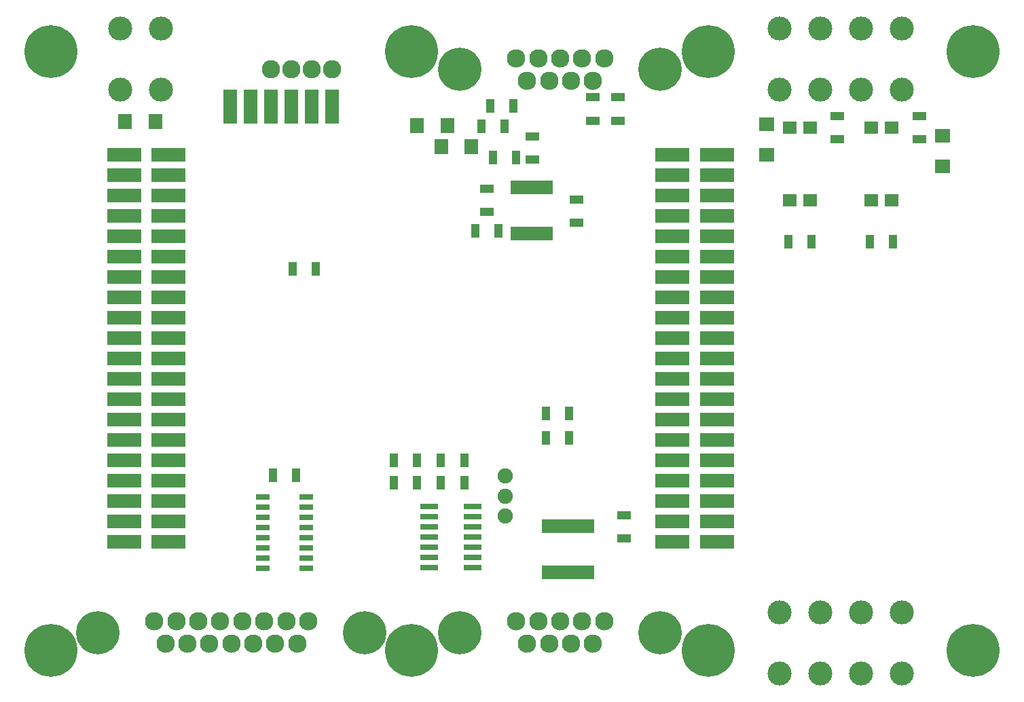
<source format=gbs>
G04 project-name*
%FSLAX35Y35*%
%MOMM*%
G04 din.i0+(1)*
%LPD*%
%ADD10C,3*%
D10*
X9590644Y11742853D02*
D03*

G04 din.i0-(3)*
%LPD*%
D10*
X10098644Y11742853D02*
D03*

G04 din.i1+(5)*
%LPD*%
D10*
X10606644Y11742853D02*
D03*

G04 din.i1-(7)*
%LPD*%
D10*
X11114644Y11742853D02*
D03*

G04 din.i0+(2)*
%LPD*%
D10*
X9590644Y12504853D02*
D03*

G04 din.i0-(4)*
%LPD*%
D10*
X10098644Y12504853D02*
D03*

G04 din.i1+(6)*
%LPD*%
D10*
X10606644Y12504853D02*
D03*

G04 din.i1-(8)*
%LPD*%
D10*
X11114644Y12504853D02*
D03*

G04 p_in.gnd(1)*
%LPD*%
D10*
X1872644Y19781853D02*
D03*

G04 p_in.vin(3)*
%LPD*%
D10*
X1364644Y19781853D02*
D03*

G04 p_in.gnd(2)*
%LPD*%
D10*
X1872644Y19019853D02*
D03*

G04 p_in.vin(4)*
%LPD*%
D10*
X1364644Y19019853D02*
D03*

G04 dout.q1c(1)*
%LPD*%
D10*
X11114644Y19781853D02*
D03*

G04 dout.q1e(3)*
%LPD*%
D10*
X10606644Y19781853D02*
D03*

G04 dout.q0c(5)*
%LPD*%
D10*
X10098644Y19781853D02*
D03*

G04 dout.q0e(7)*
%LPD*%
D10*
X9590644Y19781853D02*
D03*

G04 dout.q1c(2)*
%LPD*%
D10*
X11114644Y19019853D02*
D03*

G04 dout.q1e(4)*
%LPD*%
D10*
X10606644Y19019853D02*
D03*

G04 dout.q0c(6)*
%LPD*%
D10*
X10098644Y19019853D02*
D03*

G04 dout.q0e(8)*
%LPD*%
D10*
X9590644Y19019853D02*
D03*

G04 d2.t3.c(1)*
%LPD*%
%ADD11R,1.72X1.88*%
D11*
X5446272Y18572509D02*
D03*

G04 d2.t3.a(2)*
%LPD*%
D11*
X5070272Y18572509D02*
D03*

G04 d2.t1.c(1)*
%LPD*%
D11*
X5745093Y18308747D02*
D03*

G04 d2.t1.a(2)*
%LPD*%
D11*
X5369093Y18308747D02*
D03*

G04 q1.d_rev.c(1)*
%LPD*%
%ADD12R,1.88X1.72*%
D12*
X11619945Y18442537D02*
D03*

G04 q1.d_rev.a(2)*
%LPD*%
D12*
X11619945Y18066537D02*
D03*

G04 q0.d_rev.c(1)*
%LPD*%
D12*
X9430630Y18211537D02*
D03*

G04 q0.d_rev.a(2)*
%LPD*%
D12*
X9430630Y18587537D02*
D03*

G04 c1.out1(1)*
%LPD*%
%ADD13R,2.2X0.8*%
D13*
X5761711Y13824998D02*
D03*

G04 c1.in1-(2)*
%LPD*%
D13*
X5761711Y13697998D02*
D03*

G04 c1.in1+(3)*
%LPD*%
D13*
X5761711Y13570998D02*
D03*

G04 c1.vcc(4)*
%LPD*%
D13*
X5761711Y13443998D02*
D03*

G04 c1.in2+(5)*
%LPD*%
D13*
X5761711Y13316998D02*
D03*

G04 c1.in2-(6)*
%LPD*%
D13*
X5761711Y13189998D02*
D03*

G04 c1.out2(7)*
%LPD*%
D13*
X5761711Y13062998D02*
D03*

G04 c1.out4(14)*
%LPD*%
D13*
X5221711Y13824998D02*
D03*

G04 c1.in4-(13)*
%LPD*%
D13*
X5221711Y13697998D02*
D03*

G04 c1.in4+(12)*
%LPD*%
D13*
X5221711Y13570998D02*
D03*

G04 c1.vee(11)*
%LPD*%
D13*
X5221711Y13443998D02*
D03*

G04 c1.in3+(10)*
%LPD*%
D13*
X5221711Y13316998D02*
D03*

G04 c1.in3-(9)*
%LPD*%
D13*
X5221711Y13189998D02*
D03*

G04 c1.out3(8)*
%LPD*%
D13*
X5221711Y13062998D02*
D03*

G04 d2.c_bypass.c(1)*
%LPD*%
%ADD14R,1.1X1.8*%
D14*
X6085232Y17256821D02*
D03*

G04 d2.c_bypass.a(2)*
%LPD*%
D14*
X5795232Y17256821D02*
D03*

G04 d2.c4.c(1)*
%LPD*%
%ADD15R,1.8X1.1*%
D15*
X7055080Y17652774D02*
D03*

G04 d2.c4.a(2)*
%LPD*%
D15*
X7055080Y17362774D02*
D03*

G04 d2.c3.c(1)*
%LPD*%
D15*
X5940232Y17499339D02*
D03*

G04 d2.c3.a(2)*
%LPD*%
D15*
X5940232Y17789339D02*
D03*

G04 d2.c2.c(1)*
%LPD*%
D15*
X6509226Y18439321D02*
D03*

G04 d2.c2.a(2)*
%LPD*%
D15*
X6509226Y18149321D02*
D03*

G04 d2.c1.c(1)*
%LPD*%
D14*
X6306550Y18173707D02*
D03*

G04 d2.c1.a(2)*
%LPD*%
D14*
X6016550Y18173707D02*
D03*

G04 c5.C2.c(1)*
%LPD*%
D14*
X5366251Y14120843D02*
D03*

G04 c5.C2.a(2)*
%LPD*%
D14*
X5656251Y14120843D02*
D03*

G04 c5.C1.c(1)*
%LPD*%
D14*
X5366251Y14399047D02*
D03*

G04 c5.C1.a(2)*
%LPD*%
D14*
X5656251Y14399047D02*
D03*

G04 c6.c(1)*
%LPD*%
D14*
X5065584Y14120843D02*
D03*

G04 c6.a(2)*
%LPD*%
D14*
X4775584Y14120843D02*
D03*

G04 d2.r4.1(1)*
%LPD*%
D15*
X7571829Y18635211D02*
D03*

G04 d2.r4.2(2)*
%LPD*%
D15*
X7571829Y18925211D02*
D03*

G04 p1.tvs.c(1)*
%LPD*%
D11*
X1430644Y18619177D02*
D03*

G04 p1.tvs.a(2)*
%LPD*%
D11*
X1806644Y18619177D02*
D03*

G04 sp.nc(1)*
%LPD*%
%ADD16C,2.3*%
D16*
X7400644Y19414728D02*
D03*

G04 sp.tx(2)*
%LPD*%
D16*
X7126644Y19414728D02*
D03*

G04 sp.rx(3)*
%LPD*%
D16*
X6852644Y19414728D02*
D03*

G04 sp.nc(4)*
%LPD*%
D16*
X6578644Y19414728D02*
D03*

G04 sp.gnd(5)*
%LPD*%
D16*
X6304644Y19414728D02*
D03*

G04 sp.tx2(6)*
%LPD*%
D16*
X7263644Y19130728D02*
D03*

G04 sp.rx2(7)*
%LPD*%
D16*
X6989644Y19130728D02*
D03*

G04 sp.nc(8)*
%LPD*%
D16*
X6715644Y19130728D02*
D03*

G04 sp.gnd(9)*
%LPD*%
D16*
X6441644Y19130728D02*
D03*

G04 sp.S(S)*
%LPD*%
%ADD17C,5.4*%
D17*
X8102144Y19272728D02*
D03*

G04 sp.S(S)*
%LPD*%
D17*
X5603144Y19272728D02*
D03*

G04 l.red(1)*
%LPD*%
D16*
X7400644Y12394018D02*
D03*

G04 l.pwm(2)*
%LPD*%
D16*
X7126644Y12394018D02*
D03*

G04 l.en(3)*
%LPD*%
D16*
X6852644Y12394018D02*
D03*

G04 l.pctl(4)*
%LPD*%
D16*
X6578644Y12394018D02*
D03*

G04 l.gnd(5)*
%LPD*%
D16*
X6304644Y12394018D02*
D03*

G04 l.ready(6)*
%LPD*%
D16*
X7263644Y12110018D02*
D03*

G04 l.reset(7)*
%LPD*%
D16*
X6989644Y12110018D02*
D03*

G04 l.alarm(8)*
%LPD*%
D16*
X6715644Y12110018D02*
D03*

G04 l.nc(9)*
%LPD*%
D16*
X6441644Y12110018D02*
D03*

G04 l.S(S)*
%LPD*%
D17*
X8102144Y12252018D02*
D03*

G04 l.S(S)*
%LPD*%
D17*
X5603144Y12252018D02*
D03*

G04 g.clk-(1)*
%LPD*%
D16*
X3711644Y12394018D02*
D03*

G04 g.sync-(2)*
%LPD*%
D16*
X3437644Y12394018D02*
D03*

G04 g.x-(3)*
%LPD*%
D16*
X3163644Y12394018D02*
D03*

G04 g.y-(4)*
%LPD*%
D16*
X2889644Y12394018D02*
D03*

G04 g.y_stat-(5)*
%LPD*%
D16*
X2615644Y12394018D02*
D03*

G04 g.x_stat-(6)*
%LPD*%
D16*
X2341644Y12394018D02*
D03*

G04 g.nc(7)*
%LPD*%
D16*
X2067644Y12394018D02*
D03*

G04 g.nc(8)*
%LPD*%
D16*
X1793644Y12394018D02*
D03*

G04 g.clk+(9)*
%LPD*%
D16*
X3574644Y12110018D02*
D03*

G04 g.sync+(10)*
%LPD*%
D16*
X3300644Y12110018D02*
D03*

G04 g.x+(11)*
%LPD*%
D16*
X3026644Y12110018D02*
D03*

G04 g.y+(12)*
%LPD*%
D16*
X2752644Y12110018D02*
D03*

G04 g.y_stat+(13)*
%LPD*%
D16*
X2478644Y12110018D02*
D03*

G04 g.x_stat+(14)*
%LPD*%
D16*
X2204644Y12110018D02*
D03*

G04 g.nc(15)*
%LPD*%
D16*
X1930644Y12110018D02*
D03*

G04 g.S(S)*
%LPD*%
D17*
X4418644Y12252018D02*
D03*

G04 g.S(S)*
%LPD*%
D17*
X1086644Y12252018D02*
D03*

G04 r.1(1)*
%LPD*%
%ADD18C,1.9*%
D18*
X6164803Y13700163D02*
D03*

G04 r.2(2)*
%LPD*%
D18*
X6164803Y13950163D02*
D03*

G04 r.3(3)*
%LPD*%
D18*
X6164803Y14200163D02*
D03*

G04 debug.nrst(1)*
%LPD*%
%ADD19C,2.29*%
D19*
X4010216Y19272728D02*
D03*

G04 debug.swdio(2)*
%LPD*%
D19*
X3756216Y19272728D02*
D03*

G04 debug.gnd(3)*
%LPD*%
D19*
X3502216Y19272728D02*
D03*

G04 debug.swclk(4)*
%LPD*%
D19*
X3248216Y19272728D02*
D03*

G04 __b4.(undefined)*
%LPD*%
%ADD20C,6.6000000000000005*%
D20*
X8702644Y19497353D02*
D03*

G04 __b5.(undefined)*
%LPD*%
D20*
X8702644Y12027393D02*
D03*

G04 __b6.(undefined)*
%LPD*%
D20*
X502644Y12027393D02*
D03*

G04 __b1.(undefined)*
%LPD*%
D20*
X502644Y19497353D02*
D03*

G04 __b2.(undefined)*
%LPD*%
D20*
X12002644Y19497353D02*
D03*

G04 __b3.(undefined)*
%LPD*%
D20*
X5002644Y19497353D02*
D03*

G04 __b7.(undefined)*
%LPD*%
D20*
X12002644Y12027393D02*
D03*

G04 __b8.(undefined)*
%LPD*%
D20*
X5002644Y12027393D02*
D03*

G04 r2.1(1)*
%LPD*%
D14*
X6963509Y14979182D02*
D03*

G04 r2.2(2)*
%LPD*%
D14*
X6673509Y14979182D02*
D03*

G04 r3.1(1)*
%LPD*%
D14*
X6963509Y14678282D02*
D03*

G04 r3.2(2)*
%LPD*%
D14*
X6673509Y14678282D02*
D03*

G04 r4.1(1)*
%LPD*%
D15*
X7647696Y13716828D02*
D03*

G04 r4.2(2)*
%LPD*%
D15*
X7647696Y13426828D02*
D03*

G04 q0.d_in.c(1)*
%LPD*%
D15*
X10309086Y18399537D02*
D03*

G04 q0.d_in.a(2)*
%LPD*%
D15*
X10309086Y18689537D02*
D03*

G04 q1.d_in.c(1)*
%LPD*%
D15*
X11330348Y18399537D02*
D03*

G04 q1.d_in.a(2)*
%LPD*%
D15*
X11330348Y18689537D02*
D03*

G04 d2.m.C1+(1)*
%LPD*%
%ADD21R,0.65X1.7*%
D21*
X6268217Y17805807D02*
D03*

G04 d2.m.V+(2)*
%LPD*%
D21*
X6333217Y17805807D02*
D03*

G04 d2.m.C1-(3)*
%LPD*%
D21*
X6398217Y17805807D02*
D03*

G04 d2.m.C2+(4)*
%LPD*%
D21*
X6463217Y17805807D02*
D03*

G04 d2.m.C2-(5)*
%LPD*%
D21*
X6528217Y17805807D02*
D03*

G04 d2.m.V-(6)*
%LPD*%
D21*
X6593217Y17805807D02*
D03*

G04 d2.m.DOUT2(7)*
%LPD*%
D21*
X6658217Y17805807D02*
D03*

G04 d2.m.RIN2(8)*
%LPD*%
D21*
X6723217Y17805807D02*
D03*

G04 d2.m.VCC(16)*
%LPD*%
D21*
X6268217Y17225807D02*
D03*

G04 d2.m.GND(15)*
%LPD*%
D21*
X6333217Y17225807D02*
D03*

G04 d2.m.DOUT1(14)*
%LPD*%
D21*
X6398217Y17225807D02*
D03*

G04 d2.m.RIN1(13)*
%LPD*%
D21*
X6463217Y17225807D02*
D03*

G04 d2.m.ROUT1(12)*
%LPD*%
D21*
X6528217Y17225807D02*
D03*

G04 d2.m.DIN1(11)*
%LPD*%
D21*
X6593217Y17225807D02*
D03*

G04 d2.m.DIN2(10)*
%LPD*%
D21*
X6658217Y17225807D02*
D03*

G04 d2.m.ROUT2(9)*
%LPD*%
D21*
X6723217Y17225807D02*
D03*

G04 q0.opto.a(1)*
%LPD*%
%ADD22R,1.7X1.5*%
D22*
X9971644Y17644537D02*
D03*

G04 q0.opto.ca(2)*
%LPD*%
D22*
X9717644Y17644537D02*
D03*

G04 q0.opto.co(4)*
%LPD*%
D22*
X9971644Y18544537D02*
D03*

G04 q0.opto.e(3)*
%LPD*%
D22*
X9717644Y18544537D02*
D03*

G04 q1.opto.a(1)*
%LPD*%
D22*
X10987644Y17644537D02*
D03*

G04 q1.opto.ca(2)*
%LPD*%
D22*
X10733644Y17644537D02*
D03*

G04 q1.opto.co(4)*
%LPD*%
D22*
X10987644Y18544537D02*
D03*

G04 q1.opto.e(3)*
%LPD*%
D22*
X10733644Y18544537D02*
D03*

G04 c4.PA15(1)*
%LPD*%
%ADD23R,1.7X4.2*%
D23*
X2740216Y18806435D02*
D03*

G04 c4.VDD_OK(2)*
%LPD*%
D23*
X2994216Y18806435D02*
D03*

G04 c4.SWCLK(3)*
%LPD*%
D23*
X3248216Y18806435D02*
D03*

G04 c4.GND(4)*
%LPD*%
D23*
X3502216Y18806435D02*
D03*

G04 c4.SWDIO(5)*
%LPD*%
D23*
X3756216Y18806435D02*
D03*

G04 c4.NRST(6)*
%LPD*%
D23*
X4010216Y18806435D02*
D03*

G04 d.c1.1a(1)*
%LPD*%
%ADD24R,1.75X0.8*%
D24*
X3684994Y13941036D02*
D03*

G04 d.c1.1y(2)*
%LPD*%
D24*
X3684994Y13814036D02*
D03*

G04 d.c1.1z(3)*
%LPD*%
D24*
X3684994Y13687036D02*
D03*

G04 d.c1.g(4)*
%LPD*%
D24*
X3684994Y13560036D02*
D03*

G04 d.c1.2z(5)*
%LPD*%
D24*
X3684994Y13433036D02*
D03*

G04 d.c1.2y(6)*
%LPD*%
D24*
X3684994Y13306036D02*
D03*

G04 d.c1.2a(7)*
%LPD*%
D24*
X3684994Y13179036D02*
D03*

G04 d.c1.gnd(8)*
%LPD*%
D24*
X3684994Y13052036D02*
D03*

G04 d.c1.vcc(16)*
%LPD*%
D24*
X3144994Y13941036D02*
D03*

G04 d.c1.4a(15)*
%LPD*%
D24*
X3144994Y13814036D02*
D03*

G04 d.c1.4y(14)*
%LPD*%
D24*
X3144994Y13687036D02*
D03*

G04 d.c1.4z(13)*
%LPD*%
D24*
X3144994Y13560036D02*
D03*

G04 d.c1.n_g(12)*
%LPD*%
D24*
X3144994Y13433036D02*
D03*

G04 d.c1.3z(11)*
%LPD*%
D24*
X3144994Y13306036D02*
D03*

G04 d.c1.3y(10)*
%LPD*%
D24*
X3144994Y13179036D02*
D03*

G04 d.c1.3a(9)*
%LPD*%
D24*
X3144994Y13052036D02*
D03*

G04 d3.oe1'(1)*
%LPD*%
D21*
X6661124Y13578106D02*
D03*

G04 d3.i0(2)*
%LPD*%
D21*
X6726125Y13578106D02*
D03*

G04 d3.q4(3)*
%LPD*%
D21*
X6791124Y13578106D02*
D03*

G04 d3.i1(4)*
%LPD*%
D21*
X6856124Y13578106D02*
D03*

G04 d3.q5(5)*
%LPD*%
D21*
X6921125Y13578106D02*
D03*

G04 d3.i2(6)*
%LPD*%
D21*
X6986125Y13578106D02*
D03*

G04 d3.q6(7)*
%LPD*%
D21*
X7051124Y13578106D02*
D03*

G04 d3.i3(8)*
%LPD*%
D21*
X7116124Y13578106D02*
D03*

G04 d3.q7(9)*
%LPD*%
D21*
X7181125Y13578106D02*
D03*

G04 d3.gnd(10)*
%LPD*%
D21*
X7246124Y13578106D02*
D03*

G04 d3.vcc(20)*
%LPD*%
D21*
X6661124Y12998106D02*
D03*

G04 d3.oe2'(19)*
%LPD*%
D21*
X6726125Y12998106D02*
D03*

G04 d3.q0(18)*
%LPD*%
D21*
X6791124Y12998106D02*
D03*

G04 d3.i4(17)*
%LPD*%
D21*
X6856124Y12998106D02*
D03*

G04 d3.q1(16)*
%LPD*%
D21*
X6921125Y12998106D02*
D03*

G04 d3.i5(15)*
%LPD*%
D21*
X6986125Y12998106D02*
D03*

G04 d3.q2(14)*
%LPD*%
D21*
X7051124Y12998106D02*
D03*

G04 d3.i6(13)*
%LPD*%
D21*
X7116124Y12998106D02*
D03*

G04 d3.q3(12)*
%LPD*%
D21*
X7181125Y12998106D02*
D03*

G04 d3.i7(11)*
%LPD*%
D21*
X7246124Y12998106D02*
D03*

G04 d.c2.c(1)*
%LPD*%
D14*
X3558458Y14214743D02*
D03*

G04 d.c2.a(2)*
%LPD*%
D14*
X3268458Y14214743D02*
D03*

G04 c3.NRST(41)*
%LPD*%
%ADD25R,4.2X1.7*%
D25*
X1970232Y13382064D02*
D03*

G04 c3.PC1(43)*
%LPD*%
D25*
X1970232Y13636064D02*
D03*

G04 c3.PC3(45)*
%LPD*%
D25*
X1970232Y13890064D02*
D03*

G04 c3.PA1(47)*
%LPD*%
D25*
X1970232Y14144064D02*
D03*

G04 c3.PA3(49)*
%LPD*%
D25*
X1970232Y14398064D02*
D03*

G04 c3.PA5(51)*
%LPD*%
D25*
X1970232Y14652064D02*
D03*

G04 c3.PA7(53)*
%LPD*%
D25*
X1970232Y14906064D02*
D03*

G04 c3.PC5(55)*
%LPD*%
D25*
X1970232Y15160064D02*
D03*

G04 c3.PB1(57)*
%LPD*%
D25*
X1970232Y15414064D02*
D03*

G04 c3.PE7(59)*
%LPD*%
D25*
X1970232Y15668064D02*
D03*

G04 c3.PE9(61)*
%LPD*%
D25*
X1970232Y15922064D02*
D03*

G04 c3.PE11(63)*
%LPD*%
D25*
X1970232Y16176064D02*
D03*

G04 c3.PE13(65)*
%LPD*%
D25*
X1970232Y16430064D02*
D03*

G04 c3.PE15(67)*
%LPD*%
D25*
X1970232Y16684064D02*
D03*

G04 c3.PB11(69)*
%LPD*%
D25*
X1970232Y16938064D02*
D03*

G04 c3.PB13(71)*
%LPD*%
D25*
X1970232Y17192064D02*
D03*

G04 c3.PB15(73)*
%LPD*%
D25*
X1970232Y17446064D02*
D03*

G04 c3.PD9(75)*
%LPD*%
D25*
X1970232Y17700064D02*
D03*

G04 c3.PD11(77)*
%LPD*%
D25*
X1970232Y17954064D02*
D03*

G04 c3.PD13(79)*
%LPD*%
D25*
X1970232Y18208064D02*
D03*

G04 c3.PC0(42)*
%LPD*%
D25*
X1416232Y13382064D02*
D03*

G04 c3.PC2(44)*
%LPD*%
D25*
X1416232Y13636064D02*
D03*

G04 c3.PA0(46)*
%LPD*%
D25*
X1416232Y13890064D02*
D03*

G04 c3.PA2(48)*
%LPD*%
D25*
X1416232Y14144064D02*
D03*

G04 c3.PA4(50)*
%LPD*%
D25*
X1416232Y14398064D02*
D03*

G04 c3.PA6(52)*
%LPD*%
D25*
X1416232Y14652064D02*
D03*

G04 c3.PC4(54)*
%LPD*%
D25*
X1416232Y14906064D02*
D03*

G04 c3.PB0(56)*
%LPD*%
D25*
X1416232Y15160064D02*
D03*

G04 c3.PB2(58)*
%LPD*%
D25*
X1416232Y15414064D02*
D03*

G04 c3.PE8(60)*
%LPD*%
D25*
X1416232Y15668064D02*
D03*

G04 c3.PE10(62)*
%LPD*%
D25*
X1416232Y15922064D02*
D03*

G04 c3.PE12(64)*
%LPD*%
D25*
X1416232Y16176064D02*
D03*

G04 c3.PE14(66)*
%LPD*%
D25*
X1416232Y16430064D02*
D03*

G04 c3.PB10(68)*
%LPD*%
D25*
X1416232Y16684064D02*
D03*

G04 c3.PB12(70)*
%LPD*%
D25*
X1416232Y16938064D02*
D03*

G04 c3.PB14(72)*
%LPD*%
D25*
X1416232Y17192064D02*
D03*

G04 c3.PD8(74)*
%LPD*%
D25*
X1416232Y17446064D02*
D03*

G04 c3.PD10(76)*
%LPD*%
D25*
X1416232Y17700064D02*
D03*

G04 c3.PD12(78)*
%LPD*%
D25*
X1416232Y17954064D02*
D03*

G04 c3.PD14(80)*
%LPD*%
D25*
X1416232Y18208064D02*
D03*

G04 c3.PC15(1)*
%LPD*%
D25*
X8251232Y13382064D02*
D03*

G04 c3.PC13(3)*
%LPD*%
D25*
X8251232Y13636064D02*
D03*

G04 c3.PE5(5)*
%LPD*%
D25*
X8251232Y13890064D02*
D03*

G04 c3.PE3(7)*
%LPD*%
D25*
X8251232Y14144064D02*
D03*

G04 c3.PE1(9)*
%LPD*%
D25*
X8251232Y14398064D02*
D03*

G04 c3.PB9(11)*
%LPD*%
D25*
X8251232Y14652064D02*
D03*

G04 c3.PB7(13)*
%LPD*%
D25*
X8251232Y14906064D02*
D03*

G04 c3.PB5(15)*
%LPD*%
D25*
X8251232Y15160064D02*
D03*

G04 c3.PB3(17)*
%LPD*%
D25*
X8251232Y15414064D02*
D03*

G04 c3.PD6(19)*
%LPD*%
D25*
X8251232Y15668064D02*
D03*

G04 c3.PD4(21)*
%LPD*%
D25*
X8251232Y15922064D02*
D03*

G04 c3.PD2(23)*
%LPD*%
D25*
X8251232Y16176064D02*
D03*

G04 c3.PD0(25)*
%LPD*%
D25*
X8251232Y16430064D02*
D03*

G04 c3.PC11(27)*
%LPD*%
D25*
X8251232Y16684064D02*
D03*

G04 c3.VCC(29)*
%LPD*%
D25*
X8251232Y16938064D02*
D03*

G04 c3.PA12(31)*
%LPD*%
D25*
X8251232Y17192064D02*
D03*

G04 c3.PA10(33)*
%LPD*%
D25*
X8251232Y17446064D02*
D03*

G04 c3.PA8(35)*
%LPD*%
D25*
X8251232Y17700064D02*
D03*

G04 c3.PC8(37)*
%LPD*%
D25*
X8251232Y17954064D02*
D03*

G04 c3.PC6(39)*
%LPD*%
D25*
X8251232Y18208064D02*
D03*

G04 c3.PC14(2)*
%LPD*%
D25*
X8805232Y13382064D02*
D03*

G04 c3.PE6(4)*
%LPD*%
D25*
X8805232Y13636064D02*
D03*

G04 c3.PE4(6)*
%LPD*%
D25*
X8805232Y13890064D02*
D03*

G04 c3.PE2(8)*
%LPD*%
D25*
X8805232Y14144064D02*
D03*

G04 c3.PE0(10)*
%LPD*%
D25*
X8805232Y14398064D02*
D03*

G04 c3.PB8(12)*
%LPD*%
D25*
X8805232Y14652064D02*
D03*

G04 c3.PB6(14)*
%LPD*%
D25*
X8805232Y14906064D02*
D03*

G04 c3.PB4(16)*
%LPD*%
D25*
X8805232Y15160064D02*
D03*

G04 c3.PD7(18)*
%LPD*%
D25*
X8805232Y15414064D02*
D03*

G04 c3.PD5(20)*
%LPD*%
D25*
X8805232Y15668064D02*
D03*

G04 c3.PD3(22)*
%LPD*%
D25*
X8805232Y15922064D02*
D03*

G04 c3.PD1(24)*
%LPD*%
D25*
X8805232Y16176064D02*
D03*

G04 c3.PC12(26)*
%LPD*%
D25*
X8805232Y16430064D02*
D03*

G04 c3.PC10(28)*
%LPD*%
D25*
X8805232Y16684064D02*
D03*

G04 c3.GND(30)*
%LPD*%
D25*
X8805232Y16938064D02*
D03*

G04 c3.PA11(32)*
%LPD*%
D25*
X8805232Y17192064D02*
D03*

G04 c3.PA9(34)*
%LPD*%
D25*
X8805232Y17446064D02*
D03*

G04 c3.PC9(36)*
%LPD*%
D25*
X8805232Y17700064D02*
D03*

G04 c3.PC7(38)*
%LPD*%
D25*
X8805232Y17954064D02*
D03*

G04 c3.PD15(40)*
%LPD*%
D25*
X8805232Y18208064D02*
D03*

G04 q0.R2.1(1)*
%LPD*%
D14*
X9989644Y17127709D02*
D03*

G04 q0.R2.2(2)*
%LPD*%
D14*
X9699644Y17127709D02*
D03*

G04 q1.R2.1(1)*
%LPD*%
D14*
X11005644Y17127709D02*
D03*

G04 q1.R2.2(2)*
%LPD*%
D14*
X10715644Y17127709D02*
D03*

G04 r1.1(1)*
%LPD*%
D14*
X5065584Y14399047D02*
D03*

G04 r1.2(2)*
%LPD*%
D14*
X4775584Y14399047D02*
D03*

G04 d2.r1.1(1)*
%LPD*%
D14*
X5868735Y18561252D02*
D03*

G04 d2.r1.2(2)*
%LPD*%
D14*
X6158735Y18561252D02*
D03*

G04 d2.r2.1(1)*
%LPD*%
D15*
X7263644Y18635211D02*
D03*

G04 d2.r2.2(2)*
%LPD*%
D15*
X7263644Y18925211D02*
D03*

G04 d2.r3.1(1)*
%LPD*%
D14*
X5979908Y18816600D02*
D03*

G04 d2.r3.2(2)*
%LPD*%
D14*
X6269908Y18816600D02*
D03*

G04 c7.c(1)*
%LPD*%
D14*
X3513764Y16785355D02*
D03*

G04 c7.a(2)*
%LPD*%
D14*
X3803764Y16785355D02*
D03*

M02*
</source>
